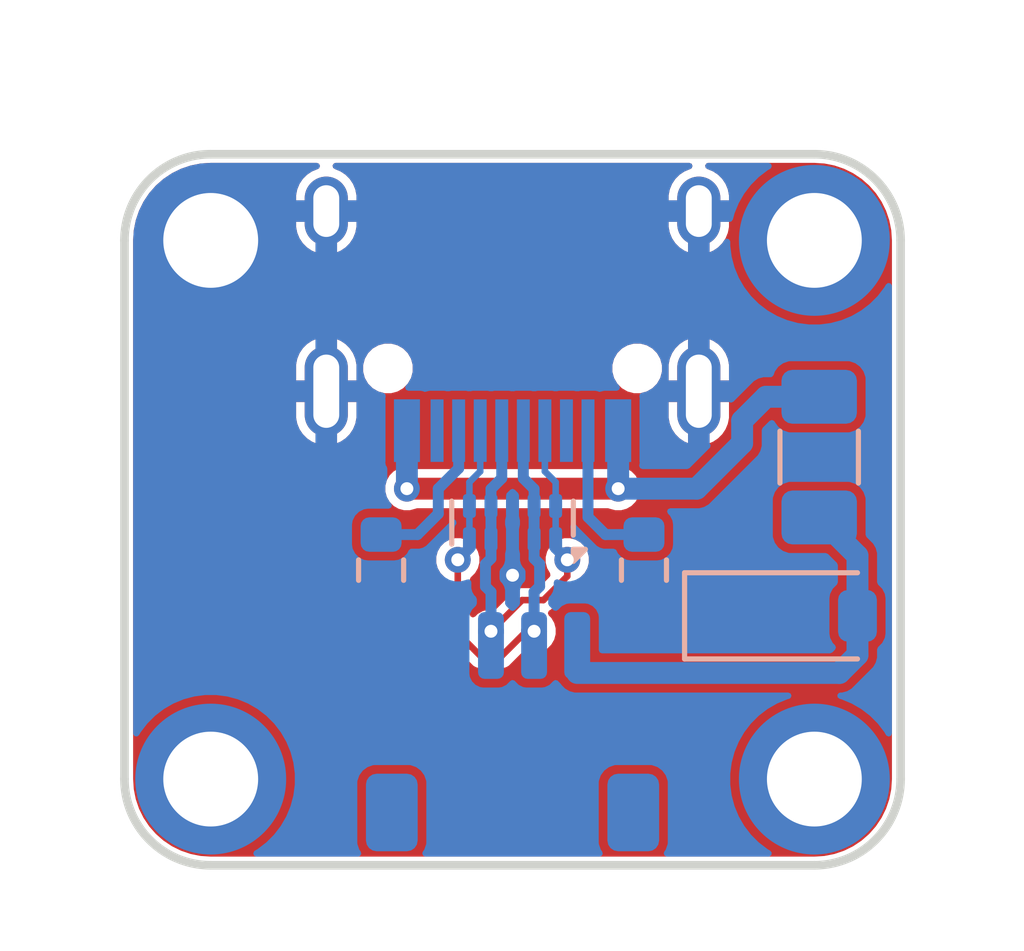
<source format=kicad_pcb>
(kicad_pcb (version 20241229) (generator "pcbnew") (generator_version "9.0")
  (layers (0 "F.Cu" signal) (2 "B.Cu" signal) (13 "F.Paste" user) (15 "B.Paste" user) (5 "F.SilkS" user "F.Silkscreen") (7 "B.SilkS" user "B.Silkscreen") (1 "F.Mask" user) (3 "B.Mask" user) (25 "Edge.Cuts" user))
  (net 0 "")
  (net 1 "VCC")
  (net 2 "GND")
  (net 3 "VBUS")
  (net 4 "D-")
  (net 5 "D+")
  (net 6 "N$1")
  (net 7 "N$2")
  (footprint "MountingHole_2.2mm_M2" (layer "F.Cu") (at 2 14.5)
    (property "Reference" "H4" (hide yes))
    (property "Value" "MountingHole" (hide yes))
    (pad "" np_thru_hole circle (at 0 0) (size 3.5 2.2) (drill 2.2) (layers "B.Cu" "B.Mask" "In1.Cu" "In2.Cu" "In3.Cu" "In4.Cu" "In5.Cu" "In6.Cu" "In7.Cu" "In8.Cu" "In9.Cu" "In10.Cu" "In11.Cu" "In12.Cu" "In13.Cu" "In14.Cu" "In15.Cu" "In16.Cu" "In17.Cu" "In18.Cu" "In19.Cu" "In20.Cu" "In21.Cu" "In22.Cu" "In23.Cu" "In24.Cu" "In25.Cu" "In26.Cu" "In27.Cu" "In28.Cu" "In29.Cu" "In30.Cu"))
  )
  (footprint "MountingHole_2.2mm_M2" (layer "F.Cu") (at 16 14.5)
    (property "Reference" "H3" (hide yes))
    (property "Value" "MountingHole" (hide yes))
    (pad "" np_thru_hole circle (at 0 0) (size 3.5 2.2) (drill 2.2) (layers "B.Cu" "B.Mask" "In1.Cu" "In2.Cu" "In3.Cu" "In4.Cu" "In5.Cu" "In6.Cu" "In7.Cu" "In8.Cu" "In9.Cu" "In10.Cu" "In11.Cu" "In12.Cu" "In13.Cu" "In14.Cu" "In15.Cu" "In16.Cu" "In17.Cu" "In18.Cu" "In19.Cu" "In20.Cu" "In21.Cu" "In22.Cu" "In23.Cu" "In24.Cu" "In25.Cu" "In26.Cu" "In27.Cu" "In28.Cu" "In29.Cu" "In30.Cu"))
  )
  (footprint "MountingHole_2.2mm_M2_Pad_TopBottom" (layer "F.Cu") (at 2 2)
    (property "Reference" "H1" (hide yes))
    (property "Value" "MountingHole_Pad" (hide yes))
    (pad "1" thru_hole circle (at 0 0) (size 3.5 2.6) (drill 2.2) (layers "*.Cu" "*.Mask") (net 2 "GND"))
    (pad "1" connect circle (at 0 0) (size 3.5 4.4) (layers "F.Cu" "F.Mask") (net 2 "GND"))
    (pad "1" connect circle (at 0 0) (size 3.5 4.4) (layers "B.Cu" "B.Mask") (net 2 "GND"))
  )
  (footprint "MountingHole_2.2mm_M2" (layer "F.Cu") (at 16 2)
    (property "Reference" "H2" (hide yes))
    (property "Value" "MountingHole" (hide yes))
    (pad "" np_thru_hole circle (at 0 0) (size 3.5 2.2) (drill 2.2) (layers "B.Cu" "B.Mask" "In1.Cu" "In2.Cu" "In3.Cu" "In4.Cu" "In5.Cu" "In6.Cu" "In7.Cu" "In8.Cu" "In9.Cu" "In10.Cu" "In11.Cu" "In12.Cu" "In13.Cu" "In14.Cu" "In15.Cu" "In16.Cu" "In17.Cu" "In18.Cu" "In19.Cu" "In20.Cu" "In21.Cu" "In22.Cu" "In23.Cu" "In24.Cu" "In25.Cu" "In26.Cu" "In27.Cu" "In28.Cu" "In29.Cu" "In30.Cu"))
  )
  (footprint "JST_SH_SM04B-SRSS-TB_1x04-1MP_P1.00mm_Horizontal" (layer "B.Cu") (at 9 13.4 180)
    (property "Reference" "J2" (hide yes))
    (property "Value" "Conn_01x04")
    (pad "1" smd roundrect (at -1.5 2 180) (size 0.6 1.55) (layers "B.Cu" "B.Mask" "B.Paste") (net 1 "VCC"))
    (pad "2" smd roundrect (at -0.5 2 180) (size 0.6 1.55) (layers "B.Cu" "B.Mask" "B.Paste") (net 4 "D-"))
    (pad "3" smd roundrect (at 0.5 2 180) (size 0.6 1.55) (layers "B.Cu" "B.Mask" "B.Paste") (net 5 "D+"))
    (pad "4" smd roundrect (at 1.5 2 180) (size 0.6 1.55) (layers "B.Cu" "B.Mask" "B.Paste") (net 2 "GND"))
    (pad "MP" smd roundrect (at -2.8 -1.875 180) (size 1.2 1.8) (layers "B.Cu" "B.Mask" "B.Paste") (roundrect_rratio 0.208333))
    (pad "MP" smd roundrect (at 2.8 -1.875 180) (size 1.2 1.8) (layers "B.Cu" "B.Mask" "B.Paste") (roundrect_rratio 0.208333))
  )
  (footprint "R_0603_1608Metric" (layer "B.Cu") (at 5.952 9.651 -90)
    (property "Reference" "R1" (hide yes))
    (property "Value" "5.1k")
    (fp_line (start -0.237258 0.5225) (end 0.237258 0.5225) (stroke (width 0.12)) (layer "B.SilkS"))
    (fp_line (start -0.237258 -0.5225) (end 0.237258 -0.5225) (stroke (width 0.12)) (layer "B.SilkS"))
    (pad "1" smd roundrect (at -0.825 0 270) (size 0.8 0.95) (layers "B.Cu" "B.Mask" "B.Paste") (net 6 "N$1"))
    (pad "2" smd roundrect (at 0.825 0 270) (size 0.8 0.95) (layers "B.Cu" "B.Mask" "B.Paste") (net 2 "GND"))
  )
  (footprint "R_0603_1608Metric" (layer "B.Cu") (at 12.048 9.651 -90)
    (property "Reference" "R2" (hide yes))
    (property "Value" "5.1k")
    (fp_line (start -0.237258 0.5225) (end 0.237258 0.5225) (stroke (width 0.12)) (layer "B.SilkS"))
    (fp_line (start -0.237258 -0.5225) (end 0.237258 -0.5225) (stroke (width 0.12)) (layer "B.SilkS"))
    (pad "1" smd roundrect (at -0.825 0 270) (size 0.8 0.95) (layers "B.Cu" "B.Mask" "B.Paste") (net 7 "N$2"))
    (pad "2" smd roundrect (at 0.825 0 270) (size 0.8 0.95) (layers "B.Cu" "B.Mask" "B.Paste") (net 2 "GND"))
  )
  (footprint "D_SOD-123" (layer "B.Cu") (at 15.35 10.712)
    (property "Reference" "D1" (hide yes))
    (property "Value" "D_Zener")
    (fp_line (start -2.36 -1) (end 1.65 -1) (stroke (width 0.12)) (layer "B.SilkS"))
    (fp_line (start -2.36 1) (end -2.36 -1) (stroke (width 0.12)) (layer "B.SilkS"))
    (fp_line (start -2.36 1) (end 1.65 1) (stroke (width 0.12)) (layer "B.SilkS"))
    (pad "1" smd roundrect (at -1.65 0) (size 0.9 1.2) (layers "B.Cu" "B.Mask" "B.Paste") (net 2 "GND"))
    (pad "2" smd roundrect (at 1.65 0) (size 0.9 1.2) (layers "B.Cu" "B.Mask" "B.Paste") (net 1 "VCC"))
  )
  (footprint "USB_C_Receptacle_HRO_TYPE-C-31-M-12" (layer "B.Cu") (at 9 2.37)
    (property "Reference" "J1" (hide yes))
    (property "Value" "USB_C_Receptacle_USB2.0_14P")
    (pad "" np_thru_hole circle (at -2.89 2.6) (size 0.65 0.65) (drill 0.65) (layers "*.Cu" "*.Mask"))
    (pad "" np_thru_hole circle (at 2.89 2.6) (size 0.65 0.65) (drill 0.65) (layers "*.Cu" "*.Mask"))
    (pad "A1" smd rect (at -3.25 4.045) (size 0.6 1.45) (layers "B.Cu" "B.Mask" "B.Paste") (net 2 "GND"))
    (pad "A4" smd rect (at -2.45 4.045) (size 0.6 1.45) (layers "B.Cu" "B.Mask" "B.Paste") (net 3 "VBUS"))
    (pad "A5" smd rect (at -1.25 4.045) (size 0.3 1.45) (layers "B.Cu" "B.Mask" "B.Paste") (net 6 "N$1"))
    (pad "A6" smd rect (at -0.25 4.045) (size 0.3 1.45) (layers "B.Cu" "B.Mask" "B.Paste") (net 5 "D+"))
    (pad "A7" smd rect (at 0.25 4.045) (size 0.3 1.45) (layers "B.Cu" "B.Mask" "B.Paste") (net 4 "D-"))
    (pad "A8" smd rect (at 1.25 4.045) (size 0.3 1.45) (layers "B.Cu" "B.Mask" "B.Paste"))
    (pad "A9" smd rect (at 2.45 4.045) (size 0.6 1.45) (layers "B.Cu" "B.Mask" "B.Paste") (net 3 "VBUS"))
    (pad "A12" smd rect (at 3.25 4.045) (size 0.6 1.45) (layers "B.Cu" "B.Mask" "B.Paste") (net 2 "GND"))
    (pad "B1" smd rect (at 3.25 4.045) (size 0.6 1.45) (layers "B.Cu" "B.Mask" "B.Paste") (net 2 "GND"))
    (pad "B4" smd rect (at 2.45 4.045) (size 0.6 1.45) (layers "B.Cu" "B.Mask" "B.Paste") (net 3 "VBUS"))
    (pad "B5" smd rect (at 1.75 4.045) (size 0.3 1.45) (layers "B.Cu" "B.Mask" "B.Paste") (net 7 "N$2"))
    (pad "B6" smd rect (at 0.75 4.045) (size 0.3 1.45) (layers "B.Cu" "B.Mask" "B.Paste") (net 5 "D+"))
    (pad "B7" smd rect (at -0.75 4.045) (size 0.3 1.45) (layers "B.Cu" "B.Mask" "B.Paste") (net 4 "D-"))
    (pad "B8" smd rect (at -1.75 4.045) (size 0.3 1.45) (layers "B.Cu" "B.Mask" "B.Paste"))
    (pad "B9" smd rect (at -2.45 4.045) (size 0.6 1.45) (layers "B.Cu" "B.Mask" "B.Paste") (net 3 "VBUS"))
    (pad "B12" smd rect (at -3.25 4.045) (size 0.6 1.45) (layers "B.Cu" "B.Mask" "B.Paste") (net 2 "GND"))
    (pad "S1" thru_hole oval (at -4.32 -1.05) (size 1 1.6) (drill oval 0.6 1.2) (property pad_prop_heatsink) (layers "*.Cu" "*.Mask") (net 2 "GND"))
    (pad "S1" thru_hole oval (at -4.32 3.13) (size 1 2.1) (drill oval 0.6 1.7) (property pad_prop_heatsink) (layers "*.Cu" "*.Mask") (net 2 "GND"))
    (pad "S1" thru_hole oval (at 4.32 -1.05) (size 1 1.6) (drill oval 0.6 1.2) (property pad_prop_heatsink) (layers "*.Cu" "*.Mask") (net 2 "GND"))
    (pad "S1" thru_hole oval (at 4.32 3.13) (size 1 2.1) (drill oval 0.6 1.7) (property pad_prop_heatsink) (layers "*.Cu" "*.Mask") (net 2 "GND"))
  )
  (footprint "Fuse_1206_3216Metric" (layer "B.Cu") (at 16.112 7.029 -90)
    (property "Reference" "F1" (hide yes))
    (property "Value" "Polyfuse")
    (fp_line (start -0.602064 0.91) (end 0.602064 0.91) (stroke (width 0.12)) (layer "B.SilkS"))
    (fp_line (start -0.602064 -0.91) (end 0.602064 -0.91) (stroke (width 0.12)) (layer "B.SilkS"))
    (pad "1" smd roundrect (at -1.4 0 270) (size 1.25 1.75) (layers "B.Cu" "B.Mask" "B.Paste") (roundrect_rratio 0.2) (net 3 "VBUS"))
    (pad "2" smd roundrect (at 1.4 0 270) (size 1.25 1.75) (layers "B.Cu" "B.Mask" "B.Paste") (roundrect_rratio 0.2) (net 1 "VCC"))
  )
  (footprint "USON-10_2.5x1.0mm_P0.5mm" (layer "B.Cu") (at 9 8.5484 90)
    (property "Reference" "U1" (hide yes))
    (property "Value" "TPD4E05U06DQA")
    (fp_line (start 0.5 -1.41) (end -0.5 -1.41) (stroke (width 0.12)) (layer "B.SilkS"))
    (fp_line (start 0.5 1.41) (end -0.29 1.41) (stroke (width 0.12)) (layer "B.SilkS"))
    (fp_poly (pts (xy -0.62 1.41) (xy -0.9 1.41) (xy -0.62 1.69) (xy -0.62 1.41)) (stroke (width 0.12)) (fill yes) (layer "B.SilkS"))
    (pad "1" smd roundrect (at -0.385 1 180) (size 0.3 0.55) (layers "B.Cu" "B.Mask" "B.Paste") (net 5 "D+"))
    (pad "2" smd roundrect (at -0.385 0.5 180) (size 0.3 0.55) (layers "B.Cu" "B.Mask" "B.Paste") (net 4 "D-"))
    (pad "3" smd roundrect (at -0.385 0 180) (size 0.3 0.55) (layers "B.Cu" "B.Mask" "B.Paste") (net 2 "GND"))
    (pad "4" smd roundrect (at -0.385 -0.5 180) (size 0.3 0.55) (layers "B.Cu" "B.Mask" "B.Paste") (net 5 "D+"))
    (pad "5" smd roundrect (at -0.385 -1 180) (size 0.3 0.55) (layers "B.Cu" "B.Mask" "B.Paste") (net 4 "D-"))
    (pad "6" smd roundrect (at 0.385 -1 180) (size 0.3 0.55) (layers "B.Cu" "B.Mask" "B.Paste") (net 4 "D-"))
    (pad "7" smd roundrect (at 0.385 -0.5 180) (size 0.3 0.55) (layers "B.Cu" "B.Mask" "B.Paste") (net 5 "D+"))
    (pad "8" smd roundrect (at 0.385 0 180) (size 0.3 0.55) (layers "B.Cu" "B.Mask" "B.Paste") (net 2 "GND"))
    (pad "9" smd roundrect (at 0.385 0.5 180) (size 0.3 0.55) (layers "B.Cu" "B.Mask" "B.Paste") (net 4 "D-"))
    (pad "10" smd roundrect (at 0.385 1 180) (size 0.3 0.55) (layers "B.Cu" "B.Mask" "B.Paste") (net 5 "D+"))
  )
  (gr_arc (start 0 2) (mid 0.585786 0.585786) (end 2 0) (stroke (width 0.2)) (layer "Edge.Cuts"))
  (gr_line (start 18 2) (end 18 14.5) (stroke (width 0.2)) (layer "Edge.Cuts"))
  (gr_arc (start 16 0) (mid 17.414214 0.585786) (end 18 2) (stroke (width 0.2)) (layer "Edge.Cuts"))
  (gr_line (start 2 0) (end 16 0) (stroke (width 0.2)) (layer "Edge.Cuts"))
  (gr_arc (start 2 16.5) (mid 0.585786 15.914214) (end 0 14.5) (stroke (width 0.2)) (layer "Edge.Cuts"))
  (gr_line (start 0 14.5) (end 0 2) (stroke (width 0.2)) (layer "Edge.Cuts"))
  (gr_arc (start 18 14.5) (mid 17.414214 15.914214) (end 16 16.5) (stroke (width 0.2)) (layer "Edge.Cuts"))
  (gr_line (start 16 16.5) (end 2 16.5) (stroke (width 0.2)) (layer "Edge.Cuts"))
  (segment (start 17 11.62) (end 17 10.712) (width 0.508) (layer "B.Cu") (net 1))
  (segment (start 16.5825 12.0375) (end 17 11.62) (width 0.508) (layer "B.Cu") (net 1))
  (segment (start 17 9.317) (end 16.112 8.429) (width 0.508) (layer "B.Cu") (net 1))
  (segment (start 17 10.712) (end 17 9.317) (width 0.508) (layer "B.Cu") (net 1))
  (segment (start 10.5 12.0375) (end 16.5825 12.0375) (width 0.508) (layer "B.Cu") (net 1))
  (via (at 9 9.77) (size 0.6) (drill 0.3) (layers "F.Cu" "B.Cu") (net 2))
  (segment (start 9 8.1634) (end 9 9.77) (width 0.254) (layer "B.Cu") (net 2))
  (segment (start 11.45 7.761) (end 6.55 7.761) (width 0.508) (layer "F.Cu") (net 3))
  (via (at 6.55 7.761) (size 0.6) (drill 0.3) (layers "F.Cu" "B.Cu") (net 3))
  (via (at 11.45 7.761) (size 0.6) (drill 0.3) (layers "F.Cu" "B.Cu") (net 3))
  (segment (start 11.45 6.09) (end 11.45 7.761) (width 0.508) (layer "B.Cu") (net 3))
  (segment (start 11.45 7.761) (end 13.27065 7.761) (width 0.508) (layer "B.Cu") (net 3))
  (segment (start 6.55 6.09) (end 6.55 7.761) (width 0.508) (layer "B.Cu") (net 3))
  (segment (start 14.87802 5.629) (end 16.112 5.629) (width 0.508) (layer "B.Cu") (net 3))
  (segment (start 14.325 6.18202) (end 14.325 6.70665) (width 0.508) (layer "B.Cu") (net 3))
  (segment (start 14.325 6.18202) (end 14.87802 5.629) (width 0.508) (layer "B.Cu") (net 3))
  (segment (start 13.27065 7.761) (end 14.325 6.70665) (width 0.508) (layer "B.Cu") (net 3))
  (segment (start 7.73 9.412) (end 7.73 11.11628) (width 0.1524) (layer "F.Cu") (net 4))
  (segment (start 7.73 11.11628) (end 8.26092 11.6472) (width 0.1524) (layer "F.Cu") (net 4))
  (segment (start 9.32 11.07) (end 9.5 11.07) (width 0.1524) (layer "F.Cu") (net 4))
  (segment (start 8.26092 11.6472) (end 8.7428 11.6472) (width 0.1524) (layer "F.Cu") (net 4))
  (segment (start 8.7428 11.6472) (end 9.32 11.07) (width 0.1524) (layer "F.Cu") (net 4))
  (via (at 7.73 9.412) (size 0.6) (drill 0.3) (layers "F.Cu" "B.Cu") (net 4))
  (via (at 9.5 11.07) (size 0.6) (drill 0.3) (layers "F.Cu" "B.Cu") (net 4))
  (segment (start 9.628 9.50987) (end 9.628 10.03013) (width 0.254) (layer "B.Cu") (net 4))
  (segment (start 8 7.61083) (end 8.25 7.36083) (width 0.1524) (layer "B.Cu") (net 4))
  (segment (start 9.5 8.9334) (end 9.5 9.38187) (width 0.254) (layer "B.Cu") (net 4))
  (segment (start 9.5 10.15813) (end 9.5 11.07) (width 0.254) (layer "B.Cu") (net 4))
  (segment (start 9.628 10.03013) (end 9.5 10.15813) (width 0.254) (layer "B.Cu") (net 4))
  (segment (start 9.5 7.77) (end 9.25 7.52) (width 0.254) (layer "B.Cu") (net 4))
  (segment (start 8.25 7.36083) (end 8.25 6.415) (width 0.1524) (layer "B.Cu") (net 4))
  (segment (start 8 8.9334) (end 8 9.142) (width 0.254) (layer "B.Cu") (net 4))
  (segment (start 9.5 9.38187) (end 9.628 9.50987) (width 0.254) (layer "B.Cu") (net 4))
  (segment (start 8 9.142) (end 7.73 9.412) (width 0.254) (layer "B.Cu") (net 4))
  (segment (start 8 8.9334) (end 8 7.61083) (width 0.1524) (layer "B.Cu") (net 4))
  (segment (start 9.25 7.52) (end 9.25 6.415) (width 0.254) (layer "B.Cu") (net 4))
  (segment (start 9.5 8.9334) (end 9.5 7.77) (width 0.254) (layer "B.Cu") (net 4))
  (segment (start 9.2228 10.3472) (end 8.5 11.07) (width 0.1524) (layer "F.Cu") (net 5))
  (segment (start 9.7158 10.3472) (end 9.2228 10.3472) (width 0.1524) (layer "F.Cu") (net 5))
  (segment (start 10.27 9.793) (end 9.7158 10.3472) (width 0.1524) (layer "F.Cu") (net 5))
  (segment (start 10.27 9.412) (end 10.27 9.793) (width 0.1524) (layer "F.Cu") (net 5))
  (via (at 8.5 11.07) (size 0.6) (drill 0.3) (layers "F.Cu" "B.Cu") (net 5))
  (via (at 10.27 9.412) (size 0.6) (drill 0.3) (layers "F.Cu" "B.Cu") (net 5))
  (segment (start 9.75 7.36083) (end 9.75 6.415) (width 0.1524) (layer "B.Cu") (net 5))
  (segment (start 8.75 7.52) (end 8.75 6.415) (width 0.254) (layer "B.Cu") (net 5))
  (segment (start 10 8.9334) (end 10 7.61083) (width 0.1524) (layer "B.Cu") (net 5))
  (segment (start 8.5 8.9334) (end 8.5 9.38187) (width 0.254) (layer "B.Cu") (net 5))
  (segment (start 10 9.142) (end 10.27 9.412) (width 0.254) (layer "B.Cu") (net 5))
  (segment (start 8.372 9.50987) (end 8.372 10.03013) (width 0.254) (layer "B.Cu") (net 5))
  (segment (start 10 7.61083) (end 9.75 7.36083) (width 0.1524) (layer "B.Cu") (net 5))
  (segment (start 8.5 8.9334) (end 8.5 7.77) (width 0.254) (layer "B.Cu") (net 5))
  (segment (start 10 8.9334) (end 10 9.142) (width 0.254) (layer "B.Cu") (net 5))
  (segment (start 8.372 10.03013) (end 8.5 10.15813) (width 0.254) (layer "B.Cu") (net 5))
  (segment (start 8.5 7.77) (end 8.75 7.52) (width 0.254) (layer "B.Cu") (net 5))
  (segment (start 8.5 9.38187) (end 8.372 9.50987) (width 0.254) (layer "B.Cu") (net 5))
  (segment (start 8.5 10.15813) (end 8.5 11.07) (width 0.254) (layer "B.Cu") (net 5))
  (segment (start 7.278 8.342) (end 6.794 8.826) (width 0.254) (layer "B.Cu") (net 6))
  (segment (start 7.75 6.415) (end 7.75 7.2892) (width 0.254) (layer "B.Cu") (net 6))
  (segment (start 7.278 7.7612) (end 7.278 8.342) (width 0.254) (layer "B.Cu") (net 6))
  (segment (start 7.75 7.2892) (end 7.278 7.7612) (width 0.254) (layer "B.Cu") (net 6))
  (segment (start 6.794 8.826) (end 5.952 8.826) (width 0.254) (layer "B.Cu") (net 6))
  (segment (start 12.048 8.826) (end 11.156 8.826) (width 0.254) (layer "B.Cu") (net 7))
  (segment (start 11.156 8.826) (end 10.75 8.42) (width 0.254) (layer "B.Cu") (net 7))
  (segment (start 10.75 8.42) (end 10.75 6.415) (width 0.254) (layer "B.Cu") (net 7))
  (zone (net 2) (net_name "GND") (layer "F.Cu") (name "GND_ZONE") (connect_pads thru_hole_only (clearance 0.2)) (min_thickness 0.15) (fill yes (thermal_gap 0.2) (thermal_bridge_width 0.5))
    (polygon (pts (xy -1 -1) (xy 19 -1) (xy 19 17.5) (xy -1 17.5)))
  )
  (zone (net 2) (net_name "GND") (layer "B.Cu") (name "GND_ZONE") (connect_pads thru_hole_only (clearance 0.2)) (min_thickness 0.15) (fill yes (thermal_gap 0.2) (thermal_bridge_width 0.5))
    (polygon (pts (xy -2 -2) (xy 20 -2) (xy 20 18.5) (xy -2 18.5)))
  )
)
</source>
